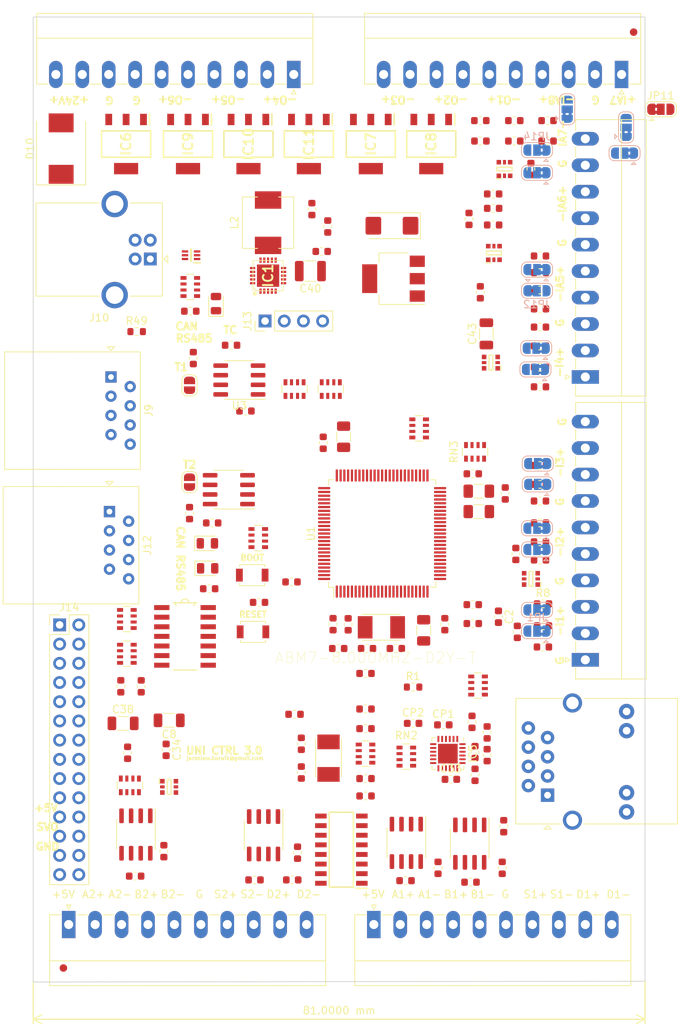
<source format=kicad_pcb>
(kicad_pcb (version 20201116) (generator pcbnew)
  (layers (0 "F.Cu" signal) (1 "In1.Cu" power "In1.GND") (2 "In2.Cu" power "In2.3v3") (31 "B.Cu" signal) (35 "F.Paste" user) (36 "B.SilkS" user "B.Silkscreen") (37 "F.SilkS" user "F.Silkscreen") (38 "B.Mask" user) (39 "F.Mask" user) (44 "Edge.Cuts" user))
  (net 0 "")
  (net 1 "+3V3")
  (net 2 "GND")
  (net 3 "+5V")
  (net 4 "/ENET_MDIO")
  (net 5 "Net-(D3-Pad2)")
  (net 6 "Net-(RN1-Pad5)")
  (net 7 "Net-(C1-Pad1)")
  (net 8 "/SUPPY+")
  (net 9 "Net-(C11-Pad1)")
  (net 10 "Net-(C13-Pad1)")
  (net 11 "Net-(C18-Pad1)")
  (net 12 "/ETH_MDC__PC1")
  (net 13 "/TIM.CH2")
  (net 14 "Net-(IC3-Pad10)")
  (net 15 "Net-(C19-Pad1)")
  (net 16 "Net-(D2-Pad2)")
  (net 17 "/Digital Inputs/IN_CPU")
  (net 18 "/IN_CPU1")
  (net 19 "/IN_CPU4")
  (net 20 "/IN_CPU3")
  (net 21 "/TIM.CH1")
  (net 22 "/USB.D+")
  (net 23 "Net-(D6-Pad3)")
  (net 24 "Net-(D6-Pad1)")
  (net 25 "Net-(D9-Pad2)")
  (net 26 "/AIN_IN_ADC6")
  (net 27 "/AIN_IN_ADC5")
  (net 28 "/AIN_IN_ADC8")
  (net 29 "/AIN_IN_ADC7")
  (net 30 "/OUT_STEP1")
  (net 31 "/STEP1.A")
  (net 32 "/STEP1.B")
  (net 33 "/DIR1.B")
  (net 34 "/DIR1.A")
  (net 35 "/OUT_DIR1")
  (net 36 "Net-(IC3-Pad8)")
  (net 37 "Net-(IC3-Pad6)")
  (net 38 "Net-(IC3-Pad4)")
  (net 39 "Net-(IC3-Pad12)")
  (net 40 "/OUT_DIR2")
  (net 41 "Net-(IC3-Pad2)")
  (net 42 "/DIR2.A")
  (net 43 "/DIR2.B")
  (net 44 "/STEP2.B")
  (net 45 "/STEP2.A")
  (net 46 "/OUT_STEP2")
  (net 47 "/USB.VBUS")
  (net 48 "/IN3")
  (net 49 "/USB.D-")
  (net 50 "/IN2")
  (net 51 "/OUT_STEP3")
  (net 52 "/IN1")
  (net 53 "/OUT_DIR3")
  (net 54 "/ETH_TX_EN__PB11")
  (net 55 "/ETH_TXD0__PB12")
  (net 56 "/IN_SUP1")
  (net 57 "/IN_SUP2")
  (net 58 "/IN_SUP3")
  (net 59 "/OUT5")
  (net 60 "/IN4")
  (net 61 "/OUT6")
  (net 62 "/Connectors/AIN_IN_SUP7")
  (net 63 "/AIN_IN8")
  (net 64 "/AIN_SUP8")
  (net 65 "/AIN_IN7")
  (net 66 "/Connectors/AIN_IN_SUP6")
  (net 67 "/AIN_IN6")
  (net 68 "/Connectors/AIN_IN_SUP5")
  (net 69 "/AIN_IN5")
  (net 70 "/ETH_TXD1__PB13")
  (net 71 "/midboard/RES_UART.TX")
  (net 72 "/IN_SUP4")
  (net 73 "/midboard/RES_UART.RX")
  (net 74 "/ENC1_IN.B2")
  (net 75 "/midboard/I2C.SCL")
  (net 76 "/ENC1_IN.A2")
  (net 77 "/PWR_RESET")
  (net 78 "Net-(J13-Pad1)")
  (net 79 "Net-(J13-Pad2)")
  (net 80 "/LPTM1_IN1_PD12")
  (net 81 "/ENC1_IN.B1")
  (net 82 "Net-(JP1-Pad2)")
  (net 83 "Net-(JP1-Pad3)")
  (net 84 "Net-(JP2-Pad2)")
  (net 85 "Net-(JP2-Pad3)")
  (net 86 "Net-(JP3-Pad2)")
  (net 87 "Net-(JP3-Pad3)")
  (net 88 "Net-(JP4-Pad2)")
  (net 89 "Net-(JP4-Pad3)")
  (net 90 "Net-(JP5-Pad1)")
  (net 91 "Net-(JP6-Pad1)")
  (net 92 "/OUT1")
  (net 93 "/OUT3")
  (net 94 "/ENC1_IN.A1")
  (net 95 "/OUT2")
  (net 96 "/OUT4")
  (net 97 "/I2C.SDA")
  (net 98 "Net-(C4-Pad1)")
  (net 99 "Net-(C5-Pad1)")
  (net 100 "/ADC.CH1")
  (net 101 "Net-(RN1-Pad1)")
  (net 102 "/Ethernet/VDD")
  (net 103 "Net-(RN3-Pad7)")
  (net 104 "/ADC.CH2")
  (net 105 "/SPI.MISO")
  (net 106 "/RS_485_B")
  (net 107 "/RS_485_A")
  (net 108 "/FDCAN_L")
  (net 109 "/FDCAN_H")
  (net 110 "/SPI.MOSI")
  (net 111 "/SPI.SCLK")
  (net 112 "/SPI.NCSS")
  (net 113 "/MID_IO1")
  (net 114 "/MID_IO2")
  (net 115 "Net-(J10-Pad5)")
  (net 116 "/midboard/RES_TIM.CH1")
  (net 117 "/midboard/RES_TIM.CH2")
  (net 118 "Net-(RN8-Pad5)")
  (net 119 "/TIM16_CH1__PB8")
  (net 120 "Net-(J13-Pad3)")
  (net 121 "Net-(C1-Pad2)")
  (net 122 "Net-(C42-Pad2)")
  (net 123 "Net-(JP7-Pad2)")
  (net 124 "Net-(JP8-Pad2)")
  (net 125 "Net-(JP9-Pad2)")
  (net 126 "Net-(JP10-Pad2)")
  (net 127 "/I2C_SDA")
  (net 128 "/I2C_SCL")
  (net 129 "Net-(IC1-Pad9)")
  (net 130 "/UART.TX")
  (net 131 "/UART.RX")
  (net 132 "/SPI.NSS")
  (net 133 "/RS485_TX")
  (net 134 "/IN_CPU2")
  (net 135 "/FDCAN_RX")
  (net 136 "Net-(JP13-Pad2)")
  (net 137 "Net-(JP14-Pad1)")
  (net 138 "Net-(JP14-Pad3)")
  (net 139 "/FDCAN_TX")
  (net 140 "/RS485_DE")
  (net 141 "/RS485_RX")
  (net 142 "Net-(JP17-Pad2)")
  (net 143 "Net-(JP18-Pad1)")
  (net 144 "Net-(JP18-Pad3)")
  (net 145 "/Ethernet/VDDCR")
  (net 146 "Net-(IC5-Pad24)")
  (net 147 "/Ethernet/RX+")
  (net 148 "/Ethernet/RX-")
  (net 149 "/Ethernet/TX+")
  (net 150 "/Ethernet/TX-")
  (net 151 "Net-(C41-Pad1)")
  (net 152 "Net-(JP11-Pad2)")
  (net 153 "Net-(JP12-Pad1)")
  (net 154 "Net-(JP12-Pad3)")
  (net 155 "Net-(JP15-Pad2)")
  (net 156 "/Ethernet/ENET_RST")
  (net 157 "Net-(IC5-Pad14)")
  (net 158 "/ENET_CRSDV")
  (net 159 "/ENET_RXD0")
  (net 160 "/ENET_RXD1")
  (net 161 "Net-(IC5-Pad3)")
  (net 162 "Net-(IC5-Pad2)")
  (net 163 "/Ethernet/RJ45_LED2")
  (net 164 "/Ethernet/RJ45_LED1")
  (net 165 "Net-(JP16-Pad1)")
  (net 166 "/ENET_REF_CLK")
  (net 167 "Net-(RN3-Pad5)")
  (net 168 "Net-(RN3-Pad2)")
  (net 169 "Net-(JP16-Pad3)")
  (net 170 "/OUT_CPU1")
  (net 171 "/OUT_CPU3")
  (net 172 "/OUT_CPU5")
  (net 173 "/OUT_CPU2")
  (net 174 "/OUT_CPU4")
  (net 175 "/OUT_CPU6")
  (net 176 "/Processor/BOOT0")
  (net 177 "/ENC2_IN.A2")
  (net 178 "/ENC2_IN.B2")
  (net 179 "/ENC2_IN.A1")
  (net 180 "/ENC2_IN.B1")
  (net 181 "/AIN_SUP5")
  (net 182 "/AIN_SUP6")
  (net 183 "/AIN_SUP7")
  (net 184 "/Processor/LED")
  (net 185 "/Processor/SWCLK")
  (net 186 "/Processor/SWDIO")
  (net 187 "/OUT_E1")
  (net 188 "/OUT_E2")
  (net 189 "/OUT_E3")
  (net 190 "/OUT_E6")
  (net 191 "/OUT_E5")
  (net 192 "/OUT_E4")
  (net 193 "/ENC1.CH1")
  (net 194 "/ENC1.CH2")
  (net 195 "/ENC2.CH1")
  (net 196 "/ENC2.CH2")
  (net 197 "no_connect_199")
  (net 198 "no_connect_200")
  (net 199 "no_connect_197")
  (net 200 "no_connect_198")
  (net 201 "no_connect_201")
  (net 202 "no_connect_204")
  (net 203 "no_connect_205")
  (net 204 "no_connect_206")
  (net 205 "no_connect_207")
  (net 206 "no_connect_208")
  (net 207 "no_connect_209")
  (net 208 "no_connect_210")
  (net 209 "no_connect_211")
  (net 210 "no_connect_212")
  (net 211 "no_connect_213")
  (net 212 "no_connect_214")
  (net 213 "no_connect_215")
  (net 214 "no_connect_216")
  (net 215 "no_connect_217")
  (net 216 "no_connect_202")
  (net 217 "no_connect_203")
  (net 218 "no_connect_219")
  (net 219 "no_connect_230")
  (net 220 "no_connect_233")
  (net 221 "no_connect_236")
  (net 222 "no_connect_218")
  (net 223 "no_connect_220")
  (net 224 "no_connect_221")
  (net 225 "no_connect_222")
  (net 226 "no_connect_223")
  (net 227 "no_connect_224")
  (net 228 "no_connect_225")
  (net 229 "no_connect_226")
  (net 230 "no_connect_227")
  (net 231 "no_connect_228")
  (net 232 "no_connect_229")
  (net 233 "no_connect_231")
  (net 234 "no_connect_232")
  (net 235 "no_connect_234")
  (net 236 "no_connect_235")
  (net 237 "no_connect_237")
  (net 238 "no_connect_238")
  (net 239 "no_connect_239")
  (net 240 "no_connect_240")
  (net 241 "no_connect_241")
  (net 242 "no_connect_242")
  (net 243 "no_connect_243")
  (footprint "Buttons_Switches_SMD:SW_SPST_B3U-1000P" (layer "F.Cu") (at 104.6 97.3)
    (fp_text reference "SW3" hide)
    (fp_text value "SW_Push")
  )
  (footprint "Buttons_Switches_SMD:SW_SPST_B3U-1000P" (layer "F.Cu") (at 104.5 89.8)
    (fp_text reference "SW2" hide)
    (fp_text value "SW_Push")
  )
  (footprint "MountingHole:MountingHole_3.2mm_M3" (layer "F.Cu") (at 98 42 -90)
    (fp_text reference "MK1" hide)
    (fp_text value "Mounting_Hole")
  )
  (footprint "MountingHole:MountingHole_3.2mm_M3" (layer "F.Cu") (at 142 42 90)
    (fp_text reference "MK4" hide)
    (fp_text value "Mounting_Hole")
  )
  (footprint "Capacitor_SMD:C_1206_3216Metric" (layer "F.Cu") (at 127.2 97.1 -90)
    (fp_text reference "C23" hide)
    (fp_text value "10uF")
  )
  (footprint "Resistor_SMD:R_0603_1608Metric" (layer "F.Cu") (at 139.2 32.4)
    (fp_text reference "R33" hide)
    (fp_text value "10k")
  )
  (footprint "Resistor_SMD:R_0603_1608Metric" (layer "F.Cu") (at 136.4 43.5 180)
    (fp_text reference "R36" hide)
    (fp_text value "120R")
  )
  (footprint "Resistor_SMD:R_0603_1608Metric" (layer "F.Cu") (at 143.6 29.7)
    (fp_text reference "R29" hide)
    (fp_text value "10k")
  )
  (footprint "Resistor_SMD:R_0603_1608Metric" (layer "F.Cu") (at 133.2 42.7 -90)
    (fp_text reference "R35" hide)
    (fp_text value "1k")
  )
  (footprint "Resistor_SMD:R_0603_1608Metric" (layer "F.Cu") (at 143.6 32.4)
    (fp_text reference "R31" hide)
    (fp_text value "1k")
  )
  (footprint "Resistor_SMD:R_0603_1608Metric" (layer "F.Cu") (at 142.6 54.6)
    (fp_text reference "R28" hide)
    (fp_text value "120R")
  )
  (footprint "Resistor_SMD:R_0603_1608Metric" (layer "F.Cu") (at 142.6 47.6)
    (fp_text reference "R30" hide)
    (fp_text value "10k")
  )
  (footprint "Capacitor_SMD:C_0603_1608Metric" (layer "F.Cu") (at 130 96.2875 -90)
    (fp_text reference "C24" hide)
    (fp_text value "100n")
  )
  (footprint "Capacitor_SMD:C_0603_1608Metric" (layer "F.Cu") (at 113.9 72.3 90)
    (fp_text reference "C17" hide)
    (fp_text value "100n")
  )
  (footprint "Capacitor_SMD:C_0603_1608Metric" (layer "F.Cu") (at 99.2 82.9)
    (fp_text reference "C32" hide)
    (fp_text value "100n")
  )
  (footprint "LED_SMD:LED_0805_2012Metric" (layer "F.Cu") (at 98.5625 85.6)
    (fp_text reference "D2" hide)
    (fp_text value "LED")
  )
  (footprint "Capacitor_SMD:C_0603_1608Metric" (layer "F.Cu") (at 117.2 96.3 -90)
    (fp_text reference "C15" hide)
    (fp_text value "100n")
  )
  (footprint "Capacitor_SMD:C_0603_1608Metric" (layer "F.Cu") (at 109.7 90.7 180)
    (fp_text reference "C14" hide)
    (fp_text value "100n")
  )
  (footprint "Capacitor_SMD:C_1206_3216Metric" (layer "F.Cu") (at 116.6 71.5 90)
    (fp_text reference "C13" hide)
    (fp_text value "10uF")
  )
  (footprint "Capacitor_SMD:C_0603_1608Metric" (layer "F.Cu") (at 115.2 96.2875 -90)
    (fp_text reference "C12" hide)
    (fp_text value "100n")
  )
  (footprint "Capacitor_SMD:C_1206_3216Metric" (layer "F.Cu") (at 134.5 81.4)
    (fp_text reference "C11" hide)
    (fp_text value "10uF")
  )
  (footprint "Capacitor_SMD:C_1206_3216Metric" (layer "F.Cu") (at 134.5 78.7)
    (fp_text reference "C10" hide)
    (fp_text value "10uF")
  )
  (footprint "Capacitor_SMD:C_0603_1608Metric" (layer "F.Cu") (at 133.7 76.4)
    (fp_text reference "C20" hide)
    (fp_text value "100n")
  )
  (footprint "MountingHole:MountingHole_3.2mm_M3" (layer "F.Cu") (at 142 127)
    (fp_text reference "MK3" hide)
    (fp_text value "Mounting_Hole")
  )
  (footprint "Resistor_SMD:R_0603_1608Metric" (layer "F.Cu") (at 89.8 104.5 -90)
    (fp_text reference "R4" hide)
    (fp_text value "2k2")
  )
  (footprint "MountingHole:MountingHole_3.2mm_M3" (layer "F.Cu") (at 98 127)
    (fp_text reference "MK2" hide)
    (fp_text value "Mounting_Hole")
  )
  (footprint "Resistor_SMD:R_0603_1608Metric" (layer "F.Cu") (at 139.6 97.3 -90)
    (fp_text reference "R7" hide)
    (fp_text value "10k")
  )
  (footprint "Resistor_SMD:R_0603_1608Metric" (layer "F.Cu") (at 103.6 68.1)
    (fp_text reference "R38" hide)
    (fp_text value "12k1")
  )
  (footprint "Capacitor_SMD:C_0603_1608Metric" (layer "F.Cu") (at 115.8875 99.5 180)
    (fp_text reference "C16" hide)
    (fp_text value "100n")
  )
  (footprint "Capacitor_SMD:C_0603_1608Metric" (layer "F.Cu") (at 110.1 108.2 180)
    (fp_text reference "C25" hide)
    (fp_text value "100n")
  )
  (footprint "Resistor_SMD:R_0603_1608Metric" (layer "F.Cu") (at 105.4 93.4 180)
    (fp_text reference "R3" hide)
    (fp_text value "2k2")
  )
  (footprint "Capacitor_SMD:C_0603_1608Metric" (layer "F.Cu") (at 129.1 128.5 -90)
    (fp_text reference "C27" hide)
    (fp_text value "100n")
  )
  (footprint "moje:SO14" (layer "F.Cu") (at 95.6 97.9 -90)
    (fp_text reference "IC3" hide)
    (fp_text value "74HC14D" hide)
  )
  (footprint "Resistor_SMD:R_0603_1608Metric" (layer "F.Cu") (at 124.8 130.2)
    (fp_text reference "R23" hide)
    (fp_text value "120R")
  )
  (footprint "moje:R_Array_Convex_4x0603" (layer "F.Cu") (at 87.9 95.6 180)
    (fp_text reference "RN6" hide)
    (fp_text value "100R")
  )
  (footprint "moje:R_Array_Convex_4x0603" (layer "F.Cu") (at 110.1 65.2 90)
    (fp_text reference "RN4" hide)
    (fp_text value "100R")
  )
  (footprint "moje:R_Array_Convex_4x0603" (layer "F.Cu") (at 114.9 65.2 90)
    (fp_text reference "RN5" hide)
    (fp_text value "100R")
  )
  (footprint "Resistor_SMD:R_Array_Convex_4x0603" (layer "F.Cu") (at 134 73.5 90)
    (fp_text reference "RN3")
    (fp_text value "390R")
  )
  (footprint "moje:R_Array_Convex_4x0603" (layer "F.Cu") (at 105.3 84.9 180)
    (fp_text reference "RN1" hide)
    (fp_text value "100R")
  )
  (footprint "Resistor_SMD:R_0603_1608Metric" (layer "F.Cu") (at 133.4 130.4)
    (fp_text reference "R22" hide)
    (fp_text value "120R")
  )
  (footprint "moje:R_Array_Convex_4x0603" (layer "F.Cu") (at 87.9 100.2 180)
    (fp_text reference "RN7" hide)
    (fp_text value "100R")
  )
  (footprint "Resistor_SMD:R_0603_1608Metric" (layer "F.Cu") (at 87.1 104.5 -90)
    (fp_text reference "R5" hide)
    (fp_text value "2k2")
  )
  (footprint "Resistor_SMD:R_0603_1608Metric" (layer "F.Cu") (at 134.7125 32.4 180)
    (fp_text reference "R34" hide)
    (fp_text value "10k")
  )
  (footprint "Resistor_SMD:R_0603_1608Metric" (layer "F.Cu") (at 96.2 81.6 -90)
    (fp_text reference "R39" hide)
    (fp_text value "120R")
  )
  (footprint "moje:SOIC-8_3.9x4.9mm_P1.27mm" (layer "F.Cu") (at 101.4 78.5 180)
    (fp_text reference "U9" hide)
    (fp_text value "ST1480ACDR")
  )
  (footprint "Capacitor_SMD:C_0603_1608Metric" (layer "F.Cu") (at 119.7 99.5)
    (fp_text reference "C18" hide)
    (fp_text value "18pF")
  )
  (footprint "Capacitor_SMD:C_0603_1608Metric" (layer "F.Cu") (at 123.5125 99.5 180)
    (fp_text reference "C19" hide)
    (fp_text value "18pF")
  )
  (footprint "Package_SO:SOIC-8_3.9x4.9mm_P1.27mm" (layer "F.Cu") (at 102.8 64 180)
    (fp_text reference "U3")
    (fp_text value "TLE9251VSJ")
  )
  (footprint "Resistor_SMD:R_0603_1608Metric" (layer "F.Cu") (at 141.4 36.1 90)
    (fp_text reference "R27" hide)
    (fp_text value "1k")
  )
  (footprint "Resistor_SMD:R_0603_1608Metric" (layer "F.Cu") (at 143 96.5)
    (fp_text reference "R9" hide)
    (fp_text value "10k")
  )
  (footprint "Capacitor_SMD:C_0603_1608Metric" (layer "F.Cu") (at 137.6 128.5 -90)
    (fp_text reference "C28" hide)
    (fp_text value "100n")
  )
  (footprint "Resistor_SMD:R_0603_1608Metric" (layer "F.Cu") (at 142.9875 99.3 180)
    (fp_text reference "R6" hide)
    (fp_text value "1k")
  )
  (footprint "moje:SOT-363" (layer "F.Cu") (at 136.5 47.2 90)
    (fp_text reference "D7" hide)
    (fp_text value "D_Schottky_x4_BAV99S")
  )
  (footprint "moje:PhoenixContact_MC-G_10x3.50mm_Angled" (layer "F.Cu") (at 80.2 136)
    (fp_text reference "J8" hide)
    (fp_text value "Conn_01x10")
  )
  (footprint "Resistor_SMD:R_0603_1608Metric" (layer "F.Cu") (at 142.6 49.8)
    (fp_text reference "R32" hide)
    (fp_text value "120R")
  )
  (footprint "Resistor_SMD:R_0603_1608Metric" (layer "F.Cu") (at 142.6 52.1 180)
    (fp_text reference "R26" hide)
    (fp_text value "10k")
  )
  (footprint "Resistor_SMD:R_0603_1608Metric" (layer "F.Cu") (at 143 93.6)
    (fp_text reference "R8")
    (fp_text value "120R")
  )
  (footprint "moje:SOT-363" (layer "F.Cu") (at 137.9 36.1 90)
    (fp_text reference "D8" hide)
    (fp_text value "D_Schottky_x4_BAV99S")
  )
  (footprint "Resistor_SMD:R_0603_1608Metric" (layer "F.Cu") (at 134.7 29.7)
    (fp_text reference "R37" hide)
    (fp_text value "10k")
  )
  (footprint "Fiducials:Fiducial_1mm_Dia_2mm_Outer" (layer "F.Cu") (at 79.5 141.75)
    (fp_text reference "J6" hide)
    (fp_text value "FIDUCIAL")
  )
  (footprint "Fiducials:Fiducial_1mm_Dia_2mm_Outer" (layer "F.Cu") (at 155 18)
    (fp_text reference "J5" hide)
    (fp_text value "FIDUCIAL")
  )
  (footprint "moje:XTAL500X320X130N_v2" (layer "F.Cu") (at 121.6 96.7)
    (fp_text reference "Y1" hide)
    (fp_text value "ABM7-8.000MHZ-D2Y-T")
  )
  (footprint "Connector_RJ:RJ45_Amphenol_54602-x08_Horizontal" (layer "F.Cu") (at 85.8 63.6 -90)
    (fp_text reference "J9")
    (fp_text value "RJ45")
  )
  (footprint "moje:PhoenixContact_MC-G_10x3.50mm_Angled" (layer "F.Cu") (at 148.6 101 90)
    (fp_text reference "J1" hide)
    (fp_text value "Conn_01x10")
  )
  (footprint "moje:SOIC-8_3.9x4.9mm_P1.27mm" (layer "F.Cu") (at 124.9 125.2 -90)
    (fp_text reference "U5" hide)
    (fp_text value "ST1480ACDR")
  )
  (footprint "moje:SOIC-8_3.9x4.9mm_P1.27mm" (layer "F.Cu") (at 133.3 125.3 -90)
    (fp_text reference "U6" hide)
    (fp_text value "ST1480ACDR")
  )
  (footprint "Capacitor_SMD:C_0603_1608Metric" (layer "F.Cu") (at 109.8 130.1)
    (fp_text reference "C26" hide)
    (fp_text value "100n")
  )
  (footprint "Diode_SMD:D_SMC" (layer "F.Cu") (at 79.2 33.4 90)
    (fp_text reference "D10")
    (fp_text value "SMCJ24CA")
  )
  (footprint "moje:SOT50P160X60-6N" (layer "F.Cu") (at 96.4 47.5 180)
    (fp_text reference "D6" hide)
    (fp_text value "NUF2042XV6T1G" hide)
  )
  (footprint "Resistor_SMD:R_0603_1608Metric" (layer "F.Cu") (at 96.7 61.1 90)
    (fp_text reference "R40" hide)
    (fp_text value "120R")
  )
  (footprint "Connector_PinHeader_2.54mm:PinHeader_2x14_P2.54mm_Vertical" (layer "F.Cu") (at 79 96.38)
    (fp_text reference "J14")
    (fp_text value "Conn_02x13_Odd_Even")
  )
  (footprint "Resistor_SMD:R_0603_1608Metric" (layer "F.Cu") (at 142.6 64.9 180)
    (fp_text reference "R18" hide)
    (fp_text value "1k")
  )
  (footprint "Resistor_SMD:R_0603_1608Metric" (layer "F.Cu") (at 136.4 41.3 180)
    (fp_text reference "R44" hide)
    (fp_text value "10k")
  )
  (footprint "Capacitor_SMD:C_1210_3225Metric" (layer "F.Cu") (at 112.2 49.6 180)
    (fp_text reference "C40")
    (fp_text value "10uF 50V")
  )
  (footprint "Jumper:SolderJumper-2_P1.3mm_Open_RoundedPad1.0x1.5mm" (layer "F.Cu") (at 96.2 77.5 90)
    (fp_text reference "JP5" hide)
    (fp_text value "Jumper")
  )
  (footprint "Inductor_SMD:L_0603_1608Metric" (layer "F.Cu") (at 133.6 109.2 -90)
    (fp_text reference "L1" hide)
    (fp_text value "10uH")
  )
  (footprint "moje:SOT230P700X170-4N" (layer "F.Cu") (at 87.8 32.8 -90)
    (fp_text reference "IC6")
    (fp_text value "ITS4141NHUMA1" hide)
  )
  (footprint "Capacitor_SMD:C_0603_1608Metric" (layer "F.Cu") (at 133.7 96.2 180)
    (fp_text reference "C3" hide)
    (fp_text value "100n")
  )
  (footprint "moje:SOT230P700X170-4N" (layer "F.Cu") (at 104 32.8 -90)
    (fp_text reference "IC10")
    (fp_text value "ITS4141NHUMA1" hide)
  )
  (footprint "MountingHole:MountingHole_3.2mm_M3" (layer "F.Cu") (at 98 70)
    (fp_text reference "MK5" hide)
    (fp_text value "Mounting_Hole")
  )
  (footprint "Resistor_SMD:R_0603_1608Metric" (layer "F.Cu") (at 96.3 54.9)
    (fp_text reference "R41" hide)
    (fp_text value "10k")
  )
  (footprint "Jumper:SolderJumper-3_P1.3mm_Bridged2Bar12_RoundedPad1.0x1.5mm" (layer "F.Cu") (at 158.6 28.2)
    (fp_text reference "JP11")
    (fp_text value "Jumper")
  )
  (footprint "Capacitor_SMD:C_0603_1608Metric" (layer "F.Cu") (at 129.8 109.6)
    (fp_text reference "CP1")
    (fp_text value "1.0uF/1.0ESR")
  )
  (footprint "moje:SOT230P700X170-4N" (layer "F.Cu") (at 96 32.8 -90)
    (fp_text reference "IC9")
    (fp_text value "ITS4141NHUMA1" hide)
  )
  (footprint "Resistor_SMD:R_0603_1608Metric" (layer "F.Cu") (at 134 116.2 -90)
    (fp_text reference "R46" hide)
    (fp_text value "49R9")
  )
  (footprint "moje:PhoenixContact_MC-G_10x3.50mm_Angled" (layer "F.Cu") (at 153.4 23.6 180)
    (fp_text reference "J3" hide)
    (fp_text value "Conn_01x10")
  )
  (footprint "Resistor_SMD:R_0603_1608Metric" (layer "F.Cu") (at 142.6 77.8)
    (fp_text reference "R17" hide)
    (fp_text value "10k")
  )
  (footprint "moje:SOIC-8_3.9x4.9mm_P1.27mm" (layer "F.Cu") (at 106 124.2 -90)
    (fp_text reference "U8" hide)
    (fp_text value "ST1480ACDR")
  )
  (footprint "Resistor_SMD:R_0603_1608Metric" (layer "F.Cu") (at 135.6 110.6 90)
    (fp_text reference "R47" hide)
    (fp_text value "49R9")
  )
  (footprint "Resistor_SMD:R_0603_1608Metric" (layer "F.Cu") (at 142.6 80 180)
    (fp_text reference "R14" hide)
    (fp_text value "1k")
  )
  (footprint "Resistor_SMD:R_Array_Convex_4x0603" (layer "F.Cu") (at 119.5 113.4)
    (fp_text reference "RN10" hide)
    (fp_text value "390R")
  )
  (footprint "Resistor_SMD:R_0603_1608Metric" (layer "F.Cu") (at 136.4 39.4 180)
    (fp_text reference "R42" hide)
    (fp_text value "1k")
  )
  (footprint "moje:SOT230P700X170-4N" (layer "F.Cu") (at 112 32.8 -90)
    (fp_text reference "IC11")
    (fp_text value "ITS4141NHUMA1" hide)
  )
  (footprint "moje:SOT230P700X170-4N" (layer "F.Cu") (at 128.2 32.8 -90)
    (fp_text reference "IC8")
    (fp_text value "ITS4141NHUMA1" hide)
  )
  (footprint "Capacitor_SMD:C_0603_1608Metric" (layer "F.Cu") (at 119.5 119 180)
    (fp_text reference "C7" hide)
    (fp_text value "18p")
  )
  (footprint "Capacitor_SMD:C_0603_1608Metric" (layer "F.Cu") (at 98.8 91.6)
    (fp_text reference "C31" hide)
    (fp_text value "100n")
  )
  (footprint "moje:R_Array_Convex_4x0603" (layer "F.Cu") (at 96.3 51.7 180)
    (fp_text reference "RN8" hide)
    (fp_text value "100R")
  )
  (footprint "LED_SMD:LED_0805_2012Metric" (layer "F.Cu") (at 98.6 88.9)
    (fp_text reference "D3" hide)
    (fp_text value "LED")
  )
  (footprint "moje:PhoenixContact_MC-G_10x3.50mm_Angled" (layer "F.Cu") (at 110 23.6 180)
    (fp_text reference "J2" hide)
    (fp_text value "Conn_01x10")
  )
  (footprint "moje:SOT-363" (layer "F.Cu") (at 93.5 117.8)
    (fp_text reference "D1" hide)
    (fp_text value "D_Schottky_x4_BAV99S")
  )
  (footprint "Resistor_SMD:R_0603_1608Metric" (layer "F.Cu") (at 139.4 87 -90)
    (fp_text reference "R11" hide)
    (fp_text value "10k")
  )
  (footprint "moje:PhoenixContact_MC-G_10x3.50mm_Angled" (layer "F.Cu") (at 120.6 136)
    (fp_text reference "J7" hide)
    (fp_text value "Conn_01x10")
  )
  (footprint "Capacitor_SMD:C_0603_1608Metric" (layer "F.Cu") (at 101.7 59.4 180)
    (fp_text reference "C9" hide)
    (fp_text value "10uF")
  )
  (footprint "Capacitor_SMD:C_1206_3216Metric" (layer "F.Cu") (at 135.5 57.9 90)
    (fp_text reference "C43")
    (fp_text value "22uF 25V")
  )
  (footprint "moje:PhoenixContact_MC-G_10x3.50mm_Angled" (layer "F.Cu") (at 148.6 63.6 90)
    (fp_text reference "J4" hide)
    (fp_text value "Conn_01x10")
  )
  (footprint "moje:R_Array_Convex_4x0603" (layer "F.Cu") (at 126.6 70.4)
    (fp_text reference "RN13" hide)
    (fp_text value "15k")
  )
  (footprint "Resistor_SMD:R_0603_1608Metric" (layer "F.Cu") (at 104.8 130.1)
    (fp_text reference "R24" hide)
    (fp_text value "120R")
  )
  (footprint "Resistor_SMD:R_0603_1608Metric" (layer "F.Cu") (at 142.6 62.3)
    (fp_text reference "R19" hide)
    (fp_text value "10k")
  )
  (footprint "moje:QFN50P400X400X80-21N" (layer "F.Cu") (at 106.6 50.2 90)
    (fp_text reference "IC1")
    (fp_text value "MAX17503ATP+" hide)
  )
  (footprint "moje:XTAL500X320X130N_v2" (layer "F.Cu") (at 114.6 114 -90)
    (fp_text reference "Y2" hide)
    (fp_text value "ABM7-25.000MHZ-D2Y-T" hide)
  )
  (footprint "moje:LMJ1998824110DL1T39J" (layer "F.Cu") (at 143.6 118.9 90)
    (fp_text reference "J11" hide)
    (fp_text value "LMJ1998824110DL1T39J")
  )
  (footprint "Resistor_SMD:R_Array_Convex_4x0603" (layer "F.Cu") (at 124.9 113.8)
    (fp_text reference "RN2")
    (fp_text value "10k")
  )
  (footprint "Capacitor_SMD:C_0603_1608Metric" (layer "F.Cu") (at 119.5 102.8 180)
    (fp_text reference "C35" hide)
    (fp_text value "100n")
  )
  (footprint "Resistor_SMD:R_0603_1608Metric" (layer "F.Cu") (at 135.6 113.6 -90)
    (fp_text reference "R48" hide)
    (fp_text value "49R9")
  )
  (footprint "Resistor_SMD:R_0603_1608Metric" (layer "F.Cu") (at 134 113.2 90)
    (fp_text reference "R45" hide)
    (fp_text value "49R9")
  )
  (footprint "Connector_USB:USB_B_OST_USB-B1HSxx_Horizontal" (layer "F.Cu") (at 91 48 180)
    (fp_text reference "J10")
    (fp_text value "USB B connector")
  )
  (footprint "Resistor_SMD:R_0603_1608Metric" (layer "F.Cu") (at 89.2 57.6)
    (fp_text reference "R49")
    (fp_text value "0R")
  )
  (footprint "moje:SOIC127P600X175-16N" (layer "F.Cu") (at 116.3 126.1 180)
    (fp_text reference "IC2" hide)
    (fp_text value "AM26C31CD" hide)
  )
  (footprint "Capacitor_SMD:C_0603_1608Metric" (layer "F.Cu") (at 114.5 43.7 -90)
    (fp_text reference "C42" hide)
    (fp_text value "5.6nF")
  )
  (footprint "Capacitor_SMD:C_0603_1608Metric" (layer "F.Cu") (at 111 112.1 90)
    (fp_text reference "C4" hide)
    (fp_text value "18pF")
  )
  (footprint "moje:SOT-363" (layer "F.Cu") (at 141.4 90.3 180)
    (fp_text reference "D4" hide)
    (fp_text value "D_Schottky_x4_BAV99S")
  )
  (footprint "Connector_PinHeader_2.54mm:PinHeader_1x04_P2.54mm_Vertical" (layer "F.Cu") (at 106.2 56.2 90)
    (fp_text reference "J13")
    (fp_text value "Conn_01x04_Male")
  )
  (footprint "Resistor_SMD:R_0603_1608Metric" (layer "F.Cu") (at 89 129.6)
    (fp_text reference "R25" hide)
    (fp_text value "120R")
  )
  (footprint "MountingHole:MountingHole_3.2mm_M3" (layer "F.Cu") (at 142 70)
    (fp_text reference "MK6" hide)
    (fp_text value "Mounting_Hole")
  )
  (footprint "Capacitor_SMD:C_0603_1608Metric" (layer "F.Cu") (at 119.5 107.5 180)
    (fp_text reference "C36" hide)
    (fp_text value "100n")
  )
  (footprint "moje:SOT230P700X170-4N" (layer "F.Cu") (at 120.2 32.8 -90)
    (fp_text reference "IC7")
    (fp_text value "ITS4141NHUMA1" hide)
  )
  (footprint "Capacitor_SMD:C_0603_1608Metric" (layer "F.Cu") (at 119.5 110.1 180)
    (fp_text reference "C21" hide)
    (fp_text value "100n")
  )
  (footprint "Capacitor_SMD:C_0603_1608Metric" (layer "F.Cu") (at 92.8 126.3 90)
    (fp_text reference "C29" hide)
    (fp_text value "100n")
  )
  (footprint "Resistor_SMD:R_0603_1608Metric" (layer "F.Cu") (at 139.2 29.7 180)
    (fp_text reference "R43" hide)
    (fp_text value "120R")
  )
  (footprint "Connector_RJ:RJ45_Amphenol_54602-x08_Horizontal" (layer "F.Cu") (at 85.6 81.4 -90)
    (fp_text reference "J12")
    (fp_text value "RJ45")
  )
  (footprint "Resistor_SMD:R_0603_1608Metric" (layer "F.Cu") (at 125.8 104.6)
    (fp_text reference "R1")
    (fp_text value "33")
  )
  (footprint "Capacitor_SMD:C_0603_1608Metric" (layer "F.Cu") (at 137.1 95.3 -90)
    (fp_text reference "C2")
    (fp_text value "100n")
  )
  (footprint "Capacitor_SMD:C_0603_1608Metric" (layer "F.Cu") (at 111 115.9 -90)
    (fp_text reference "C5" hide)
    (fp_text value "18pF")
  )
  (footprint "Jumper:SolderJumper-2_P1.3mm_Open_RoundedPad1.0x1.5mm" (layer "F.Cu") (at 96.2 64.7 -90)
    (fp_text reference "JP6" hide)
    (fp_text value "Jumper")
  )
  (footprint "Capacitor_SMD:C_0603_1608Metric" (layer "F.Cu") (at 112.4 41.4 90)
    (fp_text reference "C41" hide)
    (fp_text value "2.2uF")
  )
  (footprint "Capacitor_SMD:C_1206_3216Metric" (layer "F.Cu") (at 87.4 109.4)
    (fp_text reference "C38")
    (fp_text value "10uF")
  )
  (footprint "Capacitor_SMD:C_0603_1608Metric" (layer "F.Cu") (at 137.8 123 -90)
    (fp_text reference "C37" hide)
    (fp_text value "100n")
  )
  (footprint "Capacitor_SMD:C_0603_1608Metric" (layer "F.Cu") (at 119.5 116.7)
    (fp_text reference "C6" hide)
    (fp_text value "18p")
  )
  (footprint "Package_QFP:LQFP-100_14x14mm_P0.5mm" (layer "F.Cu") (at 121.7 84.3 90)
    (fp_text reference "U1")
    (fp_text value "STM32H743VITx")
  )
  (footprint "Capacitor_SMD:C_0603_1608Metric" (layer "F.Cu") (at 130.8 116.8)
    (fp_text reference "C33")
    (fp_text value "100n")
  )
  (footprint "Resistor_SMD:R_0603_1608Metric" (layer "F.Cu") (at 142.6 57)
    (fp_text reference "R20" hide)
    (fp_text value "120R")
  )
  (footprint "Resistor_SMD:R_0603_1608Metric" (layer "F.Cu") (at 142.6 85.4)
    (fp_text reference "R13" hide)
    (fp_text value "10k")
  )
  (footprint "Resistor_SMD:R_0603_1608Metric" (layer "F.Cu") (at 134.7 52.4 90)
    (fp_text reference "R52" hide)
    (fp_text value "178k")
  )
  (footprint "Resistor_SMD:R_0603_1608Metric" (layer "F.Cu") (at 142.6 75.3)
    (fp_text reference "R16" hide)
    (fp_text value "120R")
  )
  (footprint "moje:SOT-363" (layer "F.Cu") (at 136.1 61.7 180)
    (fp_text reference "D5" hide)
    (fp_text value "D_Schottky_x4_BAV99S")
  )
  (footprint "Resistor_SMD:R_0603_1608Metric" (layer "F.Cu") (at 142.6 59.5)
    (fp_text reference "R21" hide)
    (fp_text value "10k")
  )
  (footprint "Capacitor_SMD:C_0603_1608Metric" (layer "F.Cu") (at 88 113.2875 -90)
    (fp_text reference "C1" hide)
    (fp_text value "100nF")
  )
  (footprint "Capacitor_SMD:C_0603_1608Metric" (layer "F.Cu") (at 110.5 126.5 90)
    (fp_text reference "C30" hide)
    (fp_text value "100n")
  )
  (footprint "Resistor_SMD:R_0603_1608Metric" (layer "F.Cu") (at 113.7 47 180)
    (fp_text reference "R53" hide)
    (fp_text value "39k")
  )
  (footprint "Package_TO_SOT_SMD:SOT-223-3_TabPin2" (layer "F.Cu") (at 123.2 50.6 180)
    (fp_text reference "IC4" hide)
    (fp_text value "TLV1117-33")
  )
  (footprint "Capacitor_SMD:C_0603_1608Metric" (layer "F.Cu") (at 133.7 93.7)
    (fp_text reference "C22" hide)
    (fp_text value "100n")
  )
  (footprint "Capacitor_SMD:C_0603_1608Metric" (layer "F.Cu") (at 125.8 109.4)
    (fp_text reference "CP2")
    (fp_text value "470pF")
  )
  (footprint "moje:HPI0630" (layer "F.Cu") (at 106.6 43.2 90)
    (fp_text reference "L2")
    (fp_text value "10uH")
  )
  (footprint "moje:R_Array_Convex_4x0603" (layer "F.Cu") (at 134.4 104.4)
    (fp_text reference "RN12" hide)
    (fp_text value "15k")
  )
  (footprint "LED_SMD:LED_0805_2012Metric" (layer "F.Cu") (at 99.7 53.9 90)
    (fp_text reference "D9" hide)
    (fp_text value "LED")
  )
  (footprint "Package_DFN_QFN:QFN-24-1EP_4x4mm_P0.5mm_EP2.6x2.6mm" (layer "F.Cu") (at 130.4 113.4 -90)
    (fp_text reference "IC5")
    (fp_text value "LAN8742A")
  )
  (footprint "moje:R_Array_Convex_4x0603" (layer "F.Cu") (at 88.3 117.6 90)
    (fp_text reference "RN9" hide)
    (fp_text value "100R")
  )
  (footprint "Capacitor_SMD:C_0603_1608Metric" (layer "F.Cu") (at 93.1 112.9 -90)
    (fp_text reference "C34")
    (fp_text value "100n")
  )
  (footprint "Resistor_SMD:R_0603_1608Metric" (layer "F.Cu") (at 138 79 -90)
    (fp_text reference "R15" hide)
    (fp_text value "10k")
  )
  (footprint "Resistor_SMD:R_0603_1608Metric" (layer "F.Cu") (at 142.6 82.9)
    (fp_text reference "R12" hide)
    (fp_text value "120R")
  )
  (footprint "Resistor_SMD:R_0603_1608Metric" (layer "F.Cu") (at 142.6 87.8 180)
    (fp_text reference "R10" hide)
    (fp_text value "1k")
  )
  (footprint "Capacitor_SMD:C_1206_3216Metric" (layer "F.Cu") (at 93.5 109 180)
    (fp_text reference "C8")
    (fp_text value "10uF")
  )
  (footprint "moje:SOIC-8_3.9x4.9mm_P1.27mm" (layer "F.Cu") (at 89.1 124.1 -90)
    (fp_text reference "U7" hide)
    (fp_text value "ST1480ACDR")
  )
  (footprint "Capacitor_Tantalum_SMD:CP_EIA-6032-28_Kemet-C" (layer "F.Cu") (at 123 43.6 180)
    (fp_text reference "C44" hide)
    (fp_text value "100uF 6.3V Tantal")
  )
  (footprint "Jumper:SolderJumper-3_P1.3mm_Bridged2Bar12_RoundedPad1.0x1.5mm" (layer "B.Cu") (at 142.2 49.4 180)
    (fp_text reference "JP13" hide)
    (fp_text value "Jumper")
  )
  (footprint "Jumper:SolderJumper-3_P1.3mm_Bridged2Bar12_RoundedPad1.0x1.5mm" (layer "B.Cu") (at 142.2 52.2)
    (fp_text reference "JP12")
    (fp_text value "Jumper")
  )
  (footprint "Jumper:SolderJumper-3_P1.3mm_Bridged2Bar12_RoundedPad1.0x1.5mm" (layer "B.Cu") (at 142.1 59.8 180)
    (fp_text reference "JP10" hide)
    (fp_text value "Jumper")
  )
  (footprint "Jumper:SolderJumper-3_P1.3mm_Bridged2Bar12_RoundedPad1.0x1.5mm" (layer "B.Cu") (at 142.3 77.8 180)
    (fp_text reference "JP3" hide)
    (fp_text value "Jumper")
  )
  (footprint "Jumper:SolderJumper-3_P1.3mm_Bridged2Bar12_RoundedPad1.0x1.5mm" (layer "B.Cu") (at 142.2 83.6 180)
    (fp_text reference "JP8" hide)
    (fp_text value "Jumper")
  )
  (footprint "Jumper:SolderJumper-3_P1.3mm_Bridged2Bar12_RoundedPad1.0x1.5mm" (layer "B.Cu") (at 142 62.6 180)
    (fp_text reference "JP4" hide)
    (fp_text value "Jumper")
  )
  (footprint "Jumper:SolderJumper-3_P1.3mm_Bridged2Bar12_RoundedPad1.0x1.5mm" (layer "B.Cu") (at 142.2 36.6 180)
    (fp_text reference "JP17" hide)
    (fp_text value "Jumper")
  )
  (footprint "Jumper:SolderJumper-3_P1.3mm_Bridged2Bar12_RoundedPad1.0x1.5mm" (layer "B.Cu") (at 142.2 94.4 180)
    (fp_text reference "JP7" hide)
    (fp_text value "Jumper")
  )
  (footprint "Jumper:SolderJumper-3_P1.3mm_Bridged2Bar12_RoundedPad1.0x1.5mm" (layer "B.Cu") (at 142.3 75.05 180)
    (fp_text reference "JP9" hide)
    (fp_text value "Jumper")
  )
  (footprint "Jumper:SolderJumper-3_P1.3mm_Bridged2Bar12_RoundedPad1.0x1.5mm" (layer "B.Cu") (at 154 30.6 90)
    (fp_text reference "JP16" hide)
    (fp_text value "Jumper")
  )
  (footprint "Jumper:SolderJumper-3_P1.3mm_Bridged2Bar12_RoundedPad1.0x1.5mm" (layer "B.Cu") (at 142.2 33.6 180)
    (fp_text reference "JP14")
    (fp_text value "Jumper")
  )
  (footprint "Jumper:SolderJumper-3_P1.3mm_Bridged2Bar12_RoundedPad1.0x1.5mm" (layer "B.Cu") (at 142.2 97.2 180)
    (fp_text reference "JP1")
    (fp_text value "Jumper")
  )
  (footprint "Jumper:SolderJumper-3_P1.3mm_Bridged2Bar12_RoundedPad1.0x1.5mm" (layer "B.Cu") (at 146.2 28.2 90)
    (fp_text reference "JP18" hide)
    (fp_text value "Jumper")
  )
  (footprint "Jumper:SolderJumper-3_P1.3mm_Bridged2Bar12_RoundedPad1.0x1.5mm" (layer "B.Cu") (at 142.2 86.4 180)
    (fp_text reference "JP2" hide)
    (fp_text value "Jumper")
  )
  (footprint "Jumper:SolderJumper-3_P1.3mm_Bridged2Bar12_RoundedPad1.0x1.5mm" (layer "B.Cu") (at 153.8 34 180)
    (fp_text reference "JP15" hide)
    (fp_text value "Jumper")
  )
  (gr_line (start 156.5 143.5) (end 75.5 143.6) (layer "Edge.Cuts") (width 0.1))
  (gr_line (start 75.5 16) (end 156.5 16) (layer "Edge.Cuts") (width 0.1))
  (gr_line (start 75.5 143.6) (end 75.5 16) (layer "Edge.Cuts") (width 0.1))
  (gr_line (start 156.5 16) (end 156.5 143.5) (layer "Edge.Cuts") (width 0.1))
  (gr_text "-O1+" (at 137.8 26.95 180) (layer "F.SilkS") (effects (font (size 1 1) (thickness 0.25))))
  (gr_text "RESET" (at 104.6 95) (layer "F.SilkS") (effects (font (size 0.8 0.8) (thickness 0.2))))
  (gr_text "BOOT" (at 104.5 87.5) (layer "F.SilkS") (effects (font (size 0.8 0.8) (thickness 0.2))))
  (gr_text "G" (at 138 132) (layer "F.SilkS") (effects (font (size 1 1))))
  (gr_text "SVO" (at 77.4 123.1) (layer "F.SilkS") (effects (font (size 1 1) (thickness 0.25))))
  (gr_text "-I2+" (at 145.25 85.4 90) (layer "F.SilkS") (effects (font (size 1 1) (thickness 0.25))))
  (gr_text "S2+" (at 101 132) (layer "F.SilkS") (effects (font (size 1 1))))
  (gr_text "B2+" (at 90.5 132) (layer "F.SilkS") (effects (font (size 1 1))))
  (gr_text "CAN " (at 96.2 56.9) (layer "F.SilkS") (effects (font (size 1 1) (thickness 0.25))))
  (gr_text "B2-" (at 94 132) (layer "F.SilkS") (effects (font (size 1 1))))
  (gr_text "D2+" (at 108 132) (layer "F.SilkS") (effects (font (size 1 1))))
  (gr_text "-O4+" (at 108.15 26.95 180) (layer "F.SilkS") (effects (font (size 1 1) (thickness 0.25))))
  (gr_text "G" (at 145.6 35.4 90) (layer "F.SilkS") (effects (font (size 1 1) (thickness 0.25))))
  (gr_text "+IA7" (at 153.6 26.95 180) (layer "F.SilkS") (effects (font (size 1 1) (thickness 0.25))))
  (gr_text "GND" (at 77.4 125.7) (layer "F.SilkS") (effects (font (size 1 1) (thickness 0.25))))
  (gr_text "RS485" (at 96.8 58.5) (layer "F.SilkS") (effects (font (size 1 1) (thickness 0.25))))
  (gr_text "G" (at 85.6 27 180) (layer "F.SilkS") (effects (font (size 1 1) (thickness 0.25))))
  (gr_text "-O6+" (at 94.3 26.95 180) (layer "F.SilkS") (effects (font (size 1 1) (thickness 0.25))))
  (gr_text "A1+" (at 124.5 132.01) (layer "F.SilkS") (effects (font (size 1 1))))
  (gr_text "T2" (at 96.2 75.2) (layer "F.SilkS") (effects (font (size 1 1) (thickness 0.25))))
  (gr_text "-I4+" (at 145.2 61.65 90) (layer "F.SilkS") (effects (font (size 1 1) (thickness 0.25))))
  (gr_text "-O3+" (at 123.8 26.95 180) (layer "F.SilkS") (effects (font (size 1 1) (thickness 0.25))))
  (gr_text "G   -IA8+" (at 146.45 26.95 180) (layer "F.SilkS") (effects (font (size 1 1) (thickness 0.25))))
  (gr_text "CAN " (at 95 85.2 270) (layer "F.SilkS") (effects (font (size 1 1) (thickness 0.25))))
  (gr_text "-O5+" (at 101.3 26.95 180) (layer "F.SilkS") (effects (font (size 1 1) (thickness 0.25))))
  (gr_text "+24V+" (at 80.25 27 180) (layer "F.SilkS") (effects (font (size 1 1) (thickness 0.25))))
  (gr_text "+5V" (at 120.5 132.01) (layer "F.SilkS") (effects (font (size 1 1))))
  (gr_text "IA7-" (at 145.6 31.35 90) (layer "F.SilkS") (effects (font (size 1 1) (thickness 0.25))))
  (gr_text "UNI CTRL 3.0" (at 100.8 113) (layer "F.SilkS") (effects (font (size 1 1) (thickness 0.25))))
  (gr_text "B1-" (at 135 132.01) (layer "F.SilkS") (effects (font (size 1 1))))
  (gr_text "G" (at 89.2 27 180) (layer "F.SilkS") (effects (font (size 1 1) (thickness 0.25))))
  (gr_text "G   -IA6+" (at 145.55 42.35 90) (layer "F.SilkS") (effects (font (size 1 1) (thickness 0.25))))
  (gr_text "+5V" (at 79.5 132) (layer "F.SilkS") (effects (font (size 1 1))))
  (gr_text "D1-" (at 153 132.01) (layer "F.SilkS") (effects (font (size 1 1))))
  (gr_text "A2+" (at 83.5 132) (layer "F.SilkS") (effects (font (size 1 1))))
  (gr_text "G" (at 145.25 101.1 90) (layer "F.SilkS") (effects (font (size 1 1) (thickness 0.25))))
  (gr_text "D1+" (at 149 132.01) (layer "F.SilkS") (effects (font (size 1 1))))
  (gr_text "G" (at 97.5 132) (layer "F.SilkS") (effects (font (size 1 1))))
  (gr_text "G" (at 145.55 69.55 90) (layer "F.SilkS") (effects (font (size 1 1) (thickness 0.25))))
  (gr_text "S2-" (at 104.5 132) (layer "F.SilkS") (effects (font (size 1 1))))
  (gr_text "G   -IA5+" (at 145.25 52.9 90) (layer "F.SilkS") (effects (font (size 1 1) (thickness 0.25))))
  (gr_text "S1-" (at 145.5 132.01) (layer "F.SilkS") (effects (font (size 1 1))))
  (gr_text "+5V" (at 77.2 120.6) (layer "F.SilkS") (effects (font (size 1 1) (thickness 0.25))))
  (gr_text "D2-" (at 112 132) (layer "F.SilkS") (effects (font (size 1 1))))
  (gr_text "-I1+" (at 145.25 95.85 90) (layer "F.SilkS") (effects (font (size 1 1) (thickness 0.25))))
  (gr_text "G" (at 145.25 90.6 90) (layer "F.SilkS") (effects (font (size 1 1) (thickness 0.25))))
  (gr_text "TC" (at 101.6 57.4) (layer "F.SilkS") (effects (font (size 1 1) (thickness 0.25))))
  (gr_text "G" (at 145.25 80.1 90) (layer "F.SilkS") (effects (font (size 1 1) (thickness 0.25))))
  (gr_text "A1-" (at 128 132.01) (layer "F.SilkS") (effects (font (size 1 1))))
  (gr_text "B1+" (at 131.5 132.01) (layer "F.SilkS") (effects (font (size 1 1))))
  (gr_text "T1" (at 95.1 62.3) (layer "F.SilkS") (effects (font (size 1 1) (thickness 0.25))))
  (gr_text "-I3+" (at 145.25 74.9 90) (layer "F.SilkS") (effects (font (size 1 1) (thickness 0.25))))
  (gr_text "S1+" (at 142 132.01) (layer "F.SilkS") (effects (font (size 1 1))))
  (gr_text "A2-" (at 87 132) (layer "F.SilkS") (effects (font (size 1 1))))
  (gr_text "-O2+" (at 130.8 26.95 180) (layer "F.SilkS") (effects (font (size 1 1) (thickness 0.25))))
  (gr_text "RS485" (at 95 89.5 270) (layer "F.SilkS") (effects (font (size 1 1) (thickness 0.25))))
  (gr_text "jaroslaw.karwik@gmail.com" (at 100.9 114) (layer "F.SilkS") (effects (font (size 0.5 0.5) (thickness 0.125))))
  (dimension (type aligned) (layer "F.SilkS") (pts (xy 156.5 143.5) (xy 75.5 143.5)) (height -5.018462) (gr_text "81.0000 mm" (at 116 149.668462) (layer "F.SilkS") (effects (font (size 1 1) (thickness 0.15)))) (format (units 2) (units_format 1) (precision 4)) (style (thickness 0.15) (arrow_length 1.27) (text_position_mode 0) (extension_height 0.58642) (extension_offset 0) keep_text_aligned))
)
</source>
